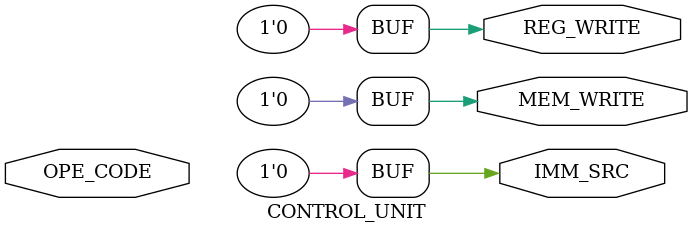
<source format=v>
module CONTROL_UNIT (
	input [6:0] OPE_CODE,
	output REG_WRITE,
	output IMM_SRC,
	output MEM_WRITE
	);
	
assign REG_WRITE = (REG_WRITE == 7'h03) ? 1'b1 : 1'b0;
assign IMM_SRC   = (IMM_SRC   == 7'h23) ? 1'b1 : 1'b0;
assign MEM_WRITE = (IMM_SRC   == 7'h23) ? 1'b1 : 1'b0;

endmodule 
</source>
